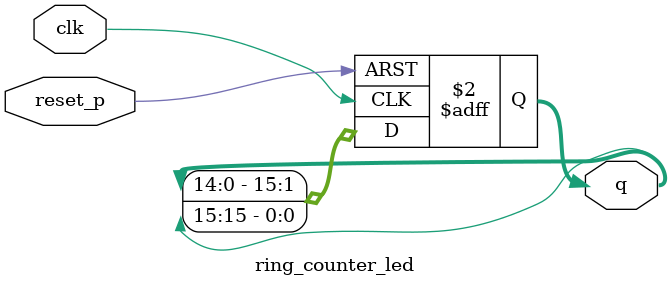
<source format=v>
`timescale 1ns / 1ps


module ring_counter (
    input clk,
    input reset_p,
    output reg [3:0] q
);
    always @(posedge clk or posedge reset_p) begin
        if(reset_p) begin
            q <= 4'b0001;                   // 초기값 0001 설정
        end

        else begin
            case (q)
                4'b0001 : q <= 4'b0010;
                4'b0010 : q <= 4'b0100;
                4'b0100 : q <= 4'b1000;
                4'b1000 : q <= 4'b0001;
                default : q <= 4'b0001;     // 문제 생기면 초기값으로
            endcase
        end
    end

endmodule

module ring_counter_shift (
    input clk,
    input reset_p,
    output reg [3:0] q
);
    always @(posedge clk or posedge reset_p) begin
        if(reset_p) begin
            q <= 4'b0001;                   // 초기값 0001 설정
        end

        else begin
                if (q == 4'b1000)
                    q <= 4'b0001;
                else if (q == 4'b0000 || q > 4'b1000)
                    q <= 4'b0001;
                else
                    q <= {q[2:0], 1'b0};
        end
    end

endmodule

module ring_counter_p (
    input clk,
    input reset_p,
    output reg [3:0] q
);
    always @(posedge clk or posedge reset_p) begin
        if(reset_p) q <= 4'b0001;                   // 초기값 0001 설정
        else q = {q[2:0], q[3]};
    end

endmodule

module edge_detector_n(
    input clk,
    input reset_p,
    input cp,

    output p_edge,
    output n_edge

    );

    reg ff_cur, ff_old;

    always @(negedge clk or posedge reset_p) begin
        if(reset_p) begin
            ff_cur <= 0;
            ff_old <= 0;
        end else begin
            ff_old <= ff_cur;
            ff_cur <= cp;
        end
    end

    assign p_edge = ({ff_cur, ff_old} == 2'b10) ? 1 : 0;
    assign n_edge = ({ff_cur, ff_old} == 2'b01) ? 1 : 0;
endmodule

    // cur = 1, old = 0 => p = 1
    // cur = 1, old = 1 => p = 0
    // cur = 0, old = 1 => n = 1



module edge_detector_p(
    input clk,
    input reset_p,
    input cp,

    output p_edge,
    output n_edge

    );

    reg ff_cur, ff_old;

    always @(posedge clk or posedge reset_p) begin
        if(reset_p) begin
            ff_cur <= 0;
            ff_old <= 0;
        end else begin
            ff_old <= ff_cur;
            ff_cur <= cp;
        end
    end

    assign p_edge = ({ff_cur, ff_old} == 2'b10) ? 1'b1 : 1'b0;
    assign n_edge = ({ff_cur, ff_old} == 2'b01) ? 1'b1 : 1'b0;
endmodule

module ring_counter_led (
    input clk,
    input reset_p,
    output reg [15:0] q
);
    always @(posedge clk or posedge reset_p) begin
        if(reset_p) q <= 4'b0000_0000_0000_0001;
        else q = {q[14:0], q[15]};
    end

endmodule
</source>
